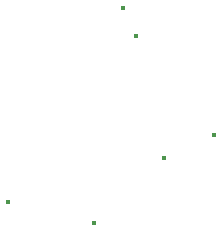
<source format=gbr>
G04 ===== Begin FILE IDENTIFICATION =====*
G04 File Format:  Gerber RS274X*
G04 ===== End FILE IDENTIFICATION =====*
%FSLAX24Y24*%
%MOIN*%
%SFA1.0000B1.0000*%
%OFA0.0B0.0*%
%ADD14C,0.015000*%
%LNhole*%
%IPPOS*%
%LPD*%
G75*
D14*
X-1848Y-435D03*
X-2807Y-7620D03*
X-5682Y-6904D03*
X-1395Y-1380D03*
X-451Y-5445D03*
X1212Y-4687D03*
M02*


</source>
